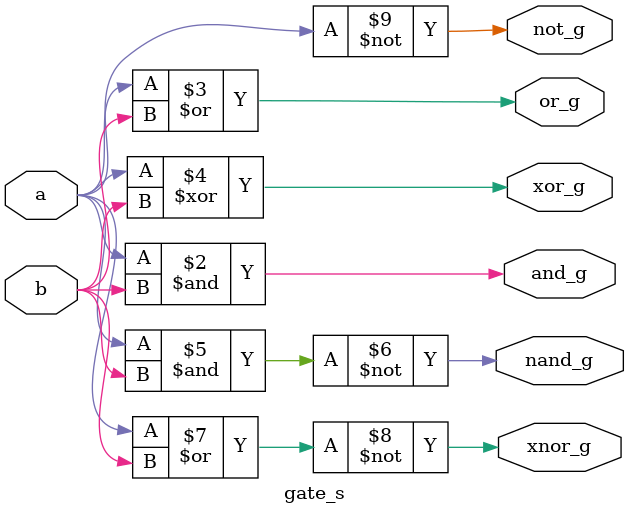
<source format=sv>
module gate_s(input a,b,
            output reg and_g,or_g,xor_g,nand_g,xnor_g,not_g);
  always@(*)
    begin
      and_g=a&b;
      or_g=a|b;
      xor_g=a^b;
      nand_g=~(a&b);
      xnor_g=~(a|b);
      not_g=~a;
    end
endmodule
      
      
      
      
      
            
</source>
